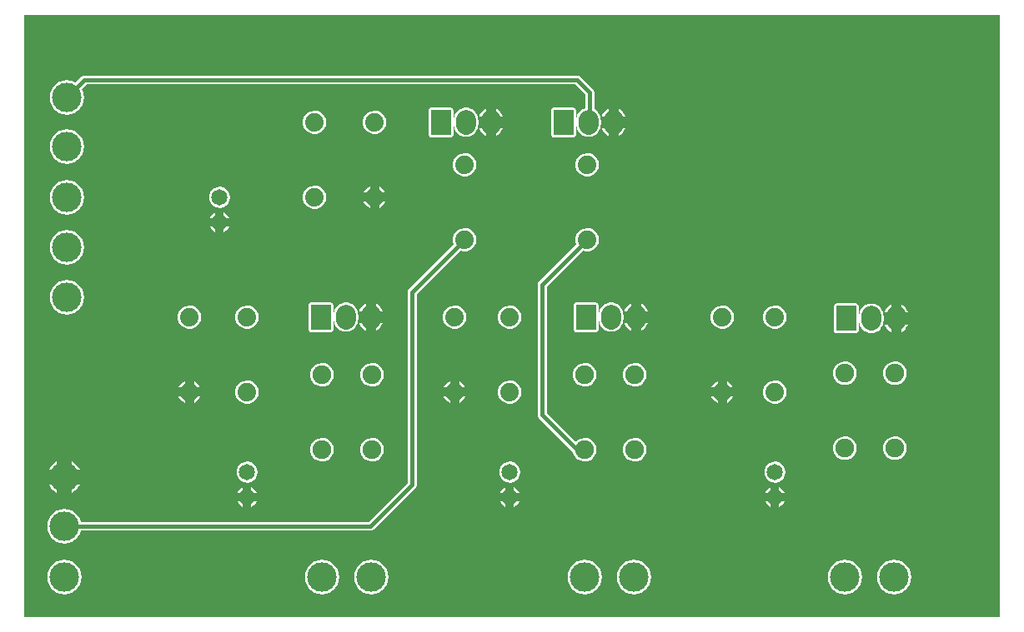
<source format=gbl>
G04 ---------------------------- Layer name :BOTTOM LAYER*
G04 easyEDA 0.1*
G04 Scale: 100 percent, Rotated: No, Reflected: No *
G04 Dimensions in inches *
G04 leading zeros omitted , absolute positions ,2 integer and 4 * 
%FSLAX24Y24*%
%MOIN*%
G90*
G70D02*

%ADD11C,0.016000*%
%ADD12C,0.118110*%
%ADD14C,0.074000*%
%ADD16C,0.065000*%
%ADD18C,0.075000*%
%ADD20R,0.078740X0.098425*%
%ADD21C,0.078740*%

%LPD*%
G36*
G01X0Y24100D02*
G01X0Y48200D01*
G01X39000Y48200D01*
G01X39000Y24100D01*
G01X0Y24100D01*
G37*

%LPC*%
G36*
G01X32456Y35463D02*
G01X33242Y35463D01*
G01X33272Y35467D01*
G01X33300Y35484D01*
G01X33322Y35505D01*
G01X33338Y35534D01*
G01X33342Y35563D01*
G01X33342Y36548D01*
G01X33338Y36578D01*
G01X33322Y36605D01*
G01X33300Y36628D01*
G01X33272Y36644D01*
G01X33242Y36648D01*
G01X32456Y36648D01*
G01X32426Y36644D01*
G01X32397Y36628D01*
G01X32376Y36605D01*
G01X32360Y36578D01*
G01X32356Y36548D01*
G01X32356Y35563D01*
G01X32360Y35534D01*
G01X32376Y35505D01*
G01X32397Y35484D01*
G01X32426Y35467D01*
G01X32456Y35463D01*
G37*
G36*
G01X34768Y25009D02*
G01X34922Y25028D01*
G01X35068Y25078D01*
G01X35197Y25159D01*
G01X35307Y25269D01*
G01X35389Y25400D01*
G01X35439Y25546D01*
G01X35457Y25700D01*
G01X35439Y25853D01*
G01X35389Y26000D01*
G01X35307Y26130D01*
G01X35197Y26240D01*
G01X35068Y26321D01*
G01X34922Y26371D01*
G01X34768Y26390D01*
G01X34614Y26371D01*
G01X34468Y26321D01*
G01X34338Y26240D01*
G01X34227Y26130D01*
G01X34146Y26000D01*
G01X34096Y25853D01*
G01X34077Y25700D01*
G01X34096Y25546D01*
G01X34146Y25400D01*
G01X34227Y25269D01*
G01X34338Y25159D01*
G01X34468Y25078D01*
G01X34614Y25028D01*
G01X34768Y25009D01*
G37*
G36*
G01X32800Y25009D02*
G01X32954Y25028D01*
G01X33100Y25078D01*
G01X33230Y25159D01*
G01X33339Y25269D01*
G01X33422Y25400D01*
G01X33472Y25546D01*
G01X33489Y25700D01*
G01X33472Y25853D01*
G01X33422Y26000D01*
G01X33339Y26130D01*
G01X33230Y26240D01*
G01X33100Y26321D01*
G01X32954Y26371D01*
G01X32800Y26390D01*
G01X32646Y26371D01*
G01X32500Y26321D01*
G01X32369Y26240D01*
G01X32260Y26130D01*
G01X32177Y26000D01*
G01X32127Y25853D01*
G01X32110Y25700D01*
G01X32127Y25546D01*
G01X32177Y25400D01*
G01X32260Y25269D01*
G01X32369Y25159D01*
G01X32500Y25078D01*
G01X32646Y25028D01*
G01X32800Y25009D01*
G37*
G36*
G01X24368Y25009D02*
G01X24522Y25028D01*
G01X24668Y25078D01*
G01X24797Y25159D01*
G01X24907Y25269D01*
G01X24989Y25400D01*
G01X25039Y25546D01*
G01X25057Y25700D01*
G01X25039Y25853D01*
G01X24989Y26000D01*
G01X24907Y26130D01*
G01X24797Y26240D01*
G01X24668Y26321D01*
G01X24522Y26371D01*
G01X24368Y26390D01*
G01X24214Y26371D01*
G01X24068Y26321D01*
G01X23938Y26240D01*
G01X23827Y26130D01*
G01X23746Y26000D01*
G01X23696Y25853D01*
G01X23677Y25700D01*
G01X23696Y25546D01*
G01X23746Y25400D01*
G01X23827Y25269D01*
G01X23938Y25159D01*
G01X24068Y25078D01*
G01X24214Y25028D01*
G01X24368Y25009D01*
G37*
G36*
G01X22400Y25009D02*
G01X22553Y25028D01*
G01X22700Y25078D01*
G01X22830Y25159D01*
G01X22939Y25269D01*
G01X23022Y25400D01*
G01X23072Y25546D01*
G01X23089Y25700D01*
G01X23072Y25853D01*
G01X23022Y26000D01*
G01X22939Y26130D01*
G01X22830Y26240D01*
G01X22700Y26321D01*
G01X22553Y26371D01*
G01X22400Y26390D01*
G01X22246Y26371D01*
G01X22100Y26321D01*
G01X21969Y26240D01*
G01X21860Y26130D01*
G01X21777Y26000D01*
G01X21727Y25853D01*
G01X21710Y25700D01*
G01X21727Y25546D01*
G01X21777Y25400D01*
G01X21860Y25269D01*
G01X21969Y25159D01*
G01X22100Y25078D01*
G01X22246Y25028D01*
G01X22400Y25009D01*
G37*
G36*
G01X13868Y25009D02*
G01X14022Y25028D01*
G01X14168Y25078D01*
G01X14297Y25159D01*
G01X14407Y25269D01*
G01X14489Y25400D01*
G01X14539Y25546D01*
G01X14557Y25700D01*
G01X14539Y25853D01*
G01X14489Y26000D01*
G01X14407Y26130D01*
G01X14297Y26240D01*
G01X14168Y26321D01*
G01X14022Y26371D01*
G01X13868Y26390D01*
G01X13714Y26371D01*
G01X13568Y26321D01*
G01X13438Y26240D01*
G01X13327Y26130D01*
G01X13246Y26000D01*
G01X13196Y25853D01*
G01X13177Y25700D01*
G01X13196Y25546D01*
G01X13246Y25400D01*
G01X13327Y25269D01*
G01X13438Y25159D01*
G01X13568Y25078D01*
G01X13714Y25028D01*
G01X13868Y25009D01*
G37*
G36*
G01X11900Y25009D02*
G01X12053Y25028D01*
G01X12200Y25078D01*
G01X12330Y25159D01*
G01X12439Y25269D01*
G01X12522Y25400D01*
G01X12572Y25546D01*
G01X12589Y25700D01*
G01X12572Y25853D01*
G01X12522Y26000D01*
G01X12439Y26130D01*
G01X12330Y26240D01*
G01X12200Y26321D01*
G01X12053Y26371D01*
G01X11900Y26390D01*
G01X11746Y26371D01*
G01X11600Y26321D01*
G01X11469Y26240D01*
G01X11360Y26130D01*
G01X11277Y26000D01*
G01X11227Y25853D01*
G01X11210Y25700D01*
G01X11227Y25546D01*
G01X11277Y25400D01*
G01X11360Y25269D01*
G01X11469Y25159D01*
G01X11600Y25078D01*
G01X11746Y25028D01*
G01X11900Y25009D01*
G37*
G36*
G01X1600Y27042D02*
G01X1753Y27059D01*
G01X1900Y27109D01*
G01X2030Y27192D01*
G01X2140Y27302D01*
G01X2221Y27432D01*
G01X2263Y27552D01*
G01X13831Y27552D01*
G01X13860Y27553D01*
G01X13888Y27559D01*
G01X13914Y27571D01*
G01X13938Y27586D01*
G01X13960Y27603D01*
G01X15627Y29271D01*
G01X15646Y29294D01*
G01X15660Y29317D01*
G01X15672Y29344D01*
G01X15677Y29371D01*
G01X15680Y29400D01*
G01X15680Y37023D01*
G01X17423Y38767D01*
G01X17442Y38757D01*
G01X17568Y38732D01*
G01X17696Y38740D01*
G01X17815Y38782D01*
G01X17919Y38855D01*
G01X18002Y38955D01*
G01X18052Y39073D01*
G01X18069Y39200D01*
G01X18052Y39326D01*
G01X18002Y39444D01*
G01X17919Y39544D01*
G01X17815Y39617D01*
G01X17696Y39659D01*
G01X17568Y39667D01*
G01X17442Y39642D01*
G01X17327Y39584D01*
G01X17235Y39496D01*
G01X17168Y39388D01*
G01X17134Y39263D01*
G01X17134Y39136D01*
G01X17165Y39021D01*
G01X15372Y37228D01*
G01X15353Y37205D01*
G01X15339Y37182D01*
G01X15327Y37155D01*
G01X15322Y37128D01*
G01X15319Y37100D01*
G01X15319Y29476D01*
G01X13756Y27911D01*
G01X2263Y27911D01*
G01X2221Y28032D01*
G01X2140Y28161D01*
G01X2030Y28271D01*
G01X1900Y28353D01*
G01X1753Y28403D01*
G01X1600Y28421D01*
G01X1446Y28403D01*
G01X1300Y28353D01*
G01X1169Y28271D01*
G01X1059Y28161D01*
G01X978Y28032D01*
G01X928Y27886D01*
G01X909Y27732D01*
G01X928Y27578D01*
G01X978Y27432D01*
G01X1059Y27302D01*
G01X1169Y27192D01*
G01X1300Y27109D01*
G01X1446Y27059D01*
G01X1600Y27042D01*
G37*
G36*
G01X18181Y44146D02*
G01X18453Y44146D01*
G01X18453Y44446D01*
G01X18419Y44434D01*
G01X18414Y44432D01*
G01X18407Y44428D01*
G01X18400Y44423D01*
G01X18396Y44419D01*
G01X18389Y44415D01*
G01X18285Y44328D01*
G01X18280Y44323D01*
G01X18276Y44317D01*
G01X18272Y44313D01*
G01X18264Y44302D01*
G01X18196Y44184D01*
G01X18192Y44178D01*
G01X18189Y44171D01*
G01X18185Y44165D01*
G01X18185Y44157D01*
G01X18181Y44146D01*
G37*
G36*
G01X9061Y28509D02*
G01X9164Y28567D01*
G01X9250Y28661D01*
G01X9288Y28738D01*
G01X9061Y28738D01*
G01X9061Y28509D01*
G37*
G36*
G01X19561Y28509D02*
G01X19664Y28567D01*
G01X19750Y28661D01*
G01X19788Y28738D01*
G01X19561Y28738D01*
G01X19561Y28509D01*
G37*
G36*
G01X30161Y28509D02*
G01X30264Y28567D01*
G01X30350Y28661D01*
G01X30388Y28738D01*
G01X30161Y28738D01*
G01X30161Y28509D01*
G37*
G36*
G01X8738Y28511D02*
G01X8738Y28738D01*
G01X8511Y28738D01*
G01X8518Y28715D01*
G01X8589Y28611D01*
G01X8688Y28532D01*
G01X8738Y28511D01*
G37*
G36*
G01X19238Y28511D02*
G01X19238Y28738D01*
G01X19011Y28738D01*
G01X19018Y28715D01*
G01X19089Y28611D01*
G01X19188Y28532D01*
G01X19238Y28511D01*
G37*
G36*
G01X29838Y28511D02*
G01X29838Y28738D01*
G01X29611Y28738D01*
G01X29618Y28715D01*
G01X29689Y28611D01*
G01X29788Y28532D01*
G01X29838Y28511D01*
G37*
G36*
G01X9061Y29061D02*
G01X9288Y29061D01*
G01X9250Y29138D01*
G01X9164Y29232D01*
G01X9061Y29290D01*
G01X9061Y29061D01*
G37*
G36*
G01X8511Y29061D02*
G01X8738Y29061D01*
G01X8738Y29288D01*
G01X8688Y29267D01*
G01X8589Y29188D01*
G01X8518Y29084D01*
G01X8511Y29061D01*
G37*
G36*
G01X19561Y29061D02*
G01X19788Y29061D01*
G01X19750Y29138D01*
G01X19664Y29232D01*
G01X19561Y29290D01*
G01X19561Y29061D01*
G37*
G36*
G01X19011Y29061D02*
G01X19238Y29061D01*
G01X19238Y29288D01*
G01X19188Y29267D01*
G01X19089Y29188D01*
G01X19018Y29084D01*
G01X19011Y29061D01*
G37*
G36*
G01X30161Y29061D02*
G01X30388Y29061D01*
G01X30350Y29138D01*
G01X30264Y29232D01*
G01X30161Y29290D01*
G01X30161Y29061D01*
G37*
G36*
G01X29611Y29061D02*
G01X29838Y29061D01*
G01X29838Y29288D01*
G01X29788Y29267D01*
G01X29689Y29188D01*
G01X29618Y29084D01*
G01X29611Y29061D01*
G37*
G36*
G01X1894Y29076D02*
G01X1900Y29078D01*
G01X2030Y29159D01*
G01X2140Y29269D01*
G01X2221Y29400D01*
G01X2223Y29405D01*
G01X1894Y29405D01*
G01X1894Y29076D01*
G37*
G36*
G01X1305Y29076D02*
G01X1305Y29405D01*
G01X976Y29405D01*
G01X978Y29400D01*
G01X1059Y29269D01*
G01X1169Y29159D01*
G01X1300Y29078D01*
G01X1305Y29076D01*
G37*
G36*
G01X8931Y29478D02*
G01X9053Y29505D01*
G01X9164Y29567D01*
G01X9250Y29661D01*
G01X9306Y29776D01*
G01X9323Y29900D01*
G01X9306Y30023D01*
G01X9250Y30138D01*
G01X9164Y30232D01*
G01X9053Y30294D01*
G01X8931Y30321D01*
G01X8806Y30313D01*
G01X8688Y30267D01*
G01X8589Y30188D01*
G01X8518Y30084D01*
G01X8480Y29963D01*
G01X8480Y29836D01*
G01X8518Y29715D01*
G01X8589Y29611D01*
G01X8688Y29532D01*
G01X8806Y29486D01*
G01X8931Y29478D01*
G37*
G36*
G01X19431Y29478D02*
G01X19553Y29505D01*
G01X19664Y29567D01*
G01X19750Y29661D01*
G01X19806Y29776D01*
G01X19823Y29900D01*
G01X19806Y30023D01*
G01X19750Y30138D01*
G01X19664Y30232D01*
G01X19553Y30294D01*
G01X19431Y30321D01*
G01X19306Y30313D01*
G01X19188Y30267D01*
G01X19089Y30188D01*
G01X19018Y30084D01*
G01X18980Y29963D01*
G01X18980Y29836D01*
G01X19018Y29715D01*
G01X19089Y29611D01*
G01X19188Y29532D01*
G01X19306Y29486D01*
G01X19431Y29478D01*
G37*
G36*
G01X30031Y29478D02*
G01X30153Y29505D01*
G01X30264Y29567D01*
G01X30350Y29661D01*
G01X30406Y29776D01*
G01X30423Y29900D01*
G01X30406Y30023D01*
G01X30350Y30138D01*
G01X30264Y30232D01*
G01X30153Y30294D01*
G01X30031Y30321D01*
G01X29906Y30313D01*
G01X29788Y30267D01*
G01X29689Y30188D01*
G01X29618Y30084D01*
G01X29580Y29963D01*
G01X29580Y29836D01*
G01X29618Y29715D01*
G01X29689Y29611D01*
G01X29788Y29532D01*
G01X29906Y29486D01*
G01X30031Y29478D01*
G37*
G36*
G01X1894Y29994D02*
G01X2223Y29994D01*
G01X2221Y30000D01*
G01X2140Y30130D01*
G01X2030Y30240D01*
G01X1900Y30321D01*
G01X1894Y30323D01*
G01X1894Y29994D01*
G37*
G36*
G01X976Y29994D02*
G01X1305Y29994D01*
G01X1305Y30323D01*
G01X1300Y30321D01*
G01X1169Y30240D01*
G01X1059Y30130D01*
G01X978Y30000D01*
G01X976Y29994D01*
G37*
G36*
G01X22368Y30328D02*
G01X22496Y30336D01*
G01X22618Y30380D01*
G01X22723Y30453D01*
G01X22803Y30553D01*
G01X22856Y30671D01*
G01X22873Y30800D01*
G01X22856Y30928D01*
G01X22803Y31046D01*
G01X22723Y31146D01*
G01X22618Y31219D01*
G01X22496Y31263D01*
G01X22368Y31271D01*
G01X22242Y31246D01*
G01X22126Y31188D01*
G01X22043Y31111D01*
G01X20880Y32276D01*
G01X20880Y37323D01*
G01X22323Y38767D01*
G01X22342Y38757D01*
G01X22468Y38732D01*
G01X22596Y38740D01*
G01X22715Y38782D01*
G01X22819Y38855D01*
G01X22902Y38955D01*
G01X22952Y39073D01*
G01X22969Y39200D01*
G01X22952Y39326D01*
G01X22902Y39444D01*
G01X22819Y39544D01*
G01X22715Y39617D01*
G01X22596Y39659D01*
G01X22468Y39667D01*
G01X22342Y39642D01*
G01X22227Y39584D01*
G01X22135Y39496D01*
G01X22068Y39388D01*
G01X22034Y39263D01*
G01X22034Y39136D01*
G01X22065Y39021D01*
G01X20572Y37528D01*
G01X20553Y37505D01*
G01X20539Y37482D01*
G01X20527Y37455D01*
G01X20522Y37428D01*
G01X20519Y37400D01*
G01X20519Y32200D01*
G01X20522Y32171D01*
G01X20527Y32144D01*
G01X20539Y32117D01*
G01X20553Y32094D01*
G01X20572Y32071D01*
G01X21938Y30705D01*
G01X21965Y30611D01*
G01X22031Y30500D01*
G01X22126Y30411D01*
G01X22242Y30353D01*
G01X22368Y30328D01*
G37*
G36*
G01X11868Y30328D02*
G01X11996Y30336D01*
G01X12118Y30380D01*
G01X12223Y30453D01*
G01X12303Y30553D01*
G01X12356Y30671D01*
G01X12373Y30800D01*
G01X12356Y30928D01*
G01X12303Y31046D01*
G01X12223Y31146D01*
G01X12118Y31219D01*
G01X11996Y31263D01*
G01X11868Y31271D01*
G01X11742Y31246D01*
G01X11626Y31188D01*
G01X11531Y31100D01*
G01X11465Y30988D01*
G01X11430Y30863D01*
G01X11430Y30736D01*
G01X11465Y30611D01*
G01X11531Y30500D01*
G01X11626Y30411D01*
G01X11742Y30353D01*
G01X11868Y30328D01*
G37*
G36*
G01X24368Y30328D02*
G01X24496Y30336D01*
G01X24618Y30380D01*
G01X24723Y30453D01*
G01X24803Y30553D01*
G01X24856Y30671D01*
G01X24873Y30800D01*
G01X24856Y30928D01*
G01X24803Y31046D01*
G01X24723Y31146D01*
G01X24618Y31219D01*
G01X24496Y31263D01*
G01X24368Y31271D01*
G01X24242Y31246D01*
G01X24126Y31188D01*
G01X24031Y31100D01*
G01X23965Y30988D01*
G01X23930Y30863D01*
G01X23930Y30736D01*
G01X23965Y30611D01*
G01X24031Y30500D01*
G01X24126Y30411D01*
G01X24242Y30353D01*
G01X24368Y30328D01*
G37*
G36*
G01X13868Y30328D02*
G01X13996Y30336D01*
G01X14118Y30380D01*
G01X14223Y30453D01*
G01X14303Y30553D01*
G01X14356Y30671D01*
G01X14373Y30800D01*
G01X14356Y30928D01*
G01X14303Y31046D01*
G01X14223Y31146D01*
G01X14118Y31219D01*
G01X13996Y31263D01*
G01X13868Y31271D01*
G01X13742Y31246D01*
G01X13626Y31188D01*
G01X13531Y31100D01*
G01X13465Y30988D01*
G01X13430Y30863D01*
G01X13430Y30736D01*
G01X13465Y30611D01*
G01X13531Y30500D01*
G01X13626Y30411D01*
G01X13742Y30353D01*
G01X13868Y30328D01*
G37*
G36*
G01X32768Y30384D02*
G01X32896Y30392D01*
G01X33018Y30436D01*
G01X33123Y30509D01*
G01X33204Y30609D01*
G01X33256Y30728D01*
G01X33273Y30855D01*
G01X33256Y30984D01*
G01X33204Y31102D01*
G01X33123Y31202D01*
G01X33018Y31276D01*
G01X32896Y31319D01*
G01X32768Y31328D01*
G01X32642Y31302D01*
G01X32526Y31244D01*
G01X32431Y31155D01*
G01X32365Y31044D01*
G01X32330Y30919D01*
G01X32330Y30792D01*
G01X32365Y30667D01*
G01X32431Y30555D01*
G01X32526Y30467D01*
G01X32642Y30409D01*
G01X32768Y30384D01*
G37*
G36*
G01X34768Y30384D02*
G01X34896Y30392D01*
G01X35018Y30436D01*
G01X35123Y30509D01*
G01X35204Y30609D01*
G01X35256Y30728D01*
G01X35273Y30855D01*
G01X35256Y30984D01*
G01X35204Y31102D01*
G01X35123Y31202D01*
G01X35018Y31276D01*
G01X34896Y31319D01*
G01X34768Y31328D01*
G01X34642Y31302D01*
G01X34526Y31244D01*
G01X34431Y31155D01*
G01X34365Y31044D01*
G01X34330Y30919D01*
G01X34330Y30792D01*
G01X34365Y30667D01*
G01X34431Y30555D01*
G01X34526Y30467D01*
G01X34642Y30409D01*
G01X34768Y30384D01*
G37*
G36*
G01X18846Y44146D02*
G01X19118Y44146D01*
G01X19114Y44157D01*
G01X19114Y44165D01*
G01X19110Y44171D01*
G01X19107Y44178D01*
G01X19103Y44184D01*
G01X19035Y44302D01*
G01X19027Y44313D01*
G01X19023Y44317D01*
G01X19019Y44323D01*
G01X19014Y44328D01*
G01X18910Y44415D01*
G01X18903Y44419D01*
G01X18900Y44423D01*
G01X18892Y44428D01*
G01X18885Y44432D01*
G01X18880Y44434D01*
G01X18846Y44446D01*
G01X18846Y44146D01*
G37*
G36*
G01X29968Y32632D02*
G01X30096Y32640D01*
G01X30215Y32682D01*
G01X30319Y32755D01*
G01X30402Y32855D01*
G01X30452Y32973D01*
G01X30469Y33100D01*
G01X30452Y33226D01*
G01X30402Y33344D01*
G01X30319Y33444D01*
G01X30215Y33517D01*
G01X30096Y33559D01*
G01X29968Y33567D01*
G01X29842Y33542D01*
G01X29727Y33484D01*
G01X29635Y33396D01*
G01X29568Y33288D01*
G01X29534Y33163D01*
G01X29534Y33036D01*
G01X29568Y32911D01*
G01X29635Y32804D01*
G01X29727Y32715D01*
G01X29842Y32657D01*
G01X29968Y32632D01*
G37*
G36*
G01X8868Y32632D02*
G01X8996Y32640D01*
G01X9115Y32682D01*
G01X9219Y32755D01*
G01X9302Y32855D01*
G01X9352Y32973D01*
G01X9369Y33100D01*
G01X9352Y33226D01*
G01X9302Y33344D01*
G01X9219Y33444D01*
G01X9115Y33517D01*
G01X8996Y33559D01*
G01X8868Y33567D01*
G01X8742Y33542D01*
G01X8627Y33484D01*
G01X8535Y33396D01*
G01X8468Y33288D01*
G01X8434Y33163D01*
G01X8434Y33036D01*
G01X8468Y32911D01*
G01X8535Y32804D01*
G01X8627Y32715D01*
G01X8742Y32657D01*
G01X8868Y32632D01*
G37*
G36*
G01X19368Y32632D02*
G01X19496Y32640D01*
G01X19615Y32682D01*
G01X19719Y32755D01*
G01X19802Y32855D01*
G01X19852Y32973D01*
G01X19869Y33100D01*
G01X19852Y33226D01*
G01X19802Y33344D01*
G01X19719Y33444D01*
G01X19615Y33517D01*
G01X19496Y33559D01*
G01X19368Y33567D01*
G01X19242Y33542D01*
G01X19127Y33484D01*
G01X19035Y33396D01*
G01X18968Y33288D01*
G01X18934Y33163D01*
G01X18934Y33036D01*
G01X18968Y32911D01*
G01X19035Y32804D01*
G01X19127Y32715D01*
G01X19242Y32657D01*
G01X19368Y32632D01*
G37*
G36*
G01X28084Y32669D02*
G01X28115Y32682D01*
G01X28219Y32755D01*
G01X28302Y32855D01*
G01X28327Y32915D01*
G01X28084Y32915D01*
G01X28084Y32669D01*
G37*
G36*
G01X17384Y32669D02*
G01X17415Y32682D01*
G01X17519Y32755D01*
G01X17602Y32855D01*
G01X17627Y32915D01*
G01X17384Y32915D01*
G01X17384Y32669D01*
G37*
G36*
G01X6784Y32669D02*
G01X6815Y32682D01*
G01X6919Y32755D01*
G01X7002Y32855D01*
G01X7027Y32915D01*
G01X6784Y32915D01*
G01X6784Y32669D01*
G37*
G36*
G01X27715Y32671D02*
G01X27715Y32915D01*
G01X27465Y32915D01*
G01X27468Y32911D01*
G01X27535Y32804D01*
G01X27627Y32715D01*
G01X27715Y32671D01*
G37*
G36*
G01X17015Y32671D02*
G01X17015Y32915D01*
G01X16765Y32915D01*
G01X16768Y32911D01*
G01X16835Y32804D01*
G01X16927Y32715D01*
G01X17015Y32671D01*
G37*
G36*
G01X6415Y32671D02*
G01X6415Y32915D01*
G01X6165Y32915D01*
G01X6168Y32911D01*
G01X6235Y32804D01*
G01X6327Y32715D01*
G01X6415Y32671D01*
G37*
G36*
G01X28084Y33284D02*
G01X28327Y33284D01*
G01X28302Y33344D01*
G01X28219Y33444D01*
G01X28115Y33517D01*
G01X28084Y33530D01*
G01X28084Y33284D01*
G37*
G36*
G01X27465Y33284D02*
G01X27715Y33284D01*
G01X27715Y33528D01*
G01X27627Y33484D01*
G01X27535Y33396D01*
G01X27468Y33288D01*
G01X27465Y33284D01*
G37*
G36*
G01X17384Y33284D02*
G01X17627Y33284D01*
G01X17602Y33344D01*
G01X17519Y33444D01*
G01X17415Y33517D01*
G01X17384Y33530D01*
G01X17384Y33284D01*
G37*
G36*
G01X16765Y33284D02*
G01X17015Y33284D01*
G01X17015Y33528D01*
G01X16927Y33484D01*
G01X16835Y33396D01*
G01X16768Y33288D01*
G01X16765Y33284D01*
G37*
G36*
G01X6784Y33284D02*
G01X7027Y33284D01*
G01X7002Y33344D01*
G01X6919Y33444D01*
G01X6815Y33517D01*
G01X6784Y33530D01*
G01X6784Y33284D01*
G37*
G36*
G01X6165Y33284D02*
G01X6415Y33284D01*
G01X6415Y33528D01*
G01X6327Y33484D01*
G01X6235Y33396D01*
G01X6168Y33288D01*
G01X6165Y33284D01*
G37*
G36*
G01X22368Y33328D02*
G01X22496Y33336D01*
G01X22618Y33380D01*
G01X22723Y33454D01*
G01X22803Y33554D01*
G01X22856Y33671D01*
G01X22873Y33800D01*
G01X22856Y33928D01*
G01X22803Y34046D01*
G01X22723Y34146D01*
G01X22618Y34219D01*
G01X22496Y34263D01*
G01X22368Y34271D01*
G01X22242Y34246D01*
G01X22126Y34188D01*
G01X22031Y34100D01*
G01X21965Y33988D01*
G01X21930Y33863D01*
G01X21930Y33736D01*
G01X21965Y33611D01*
G01X22031Y33500D01*
G01X22126Y33411D01*
G01X22242Y33354D01*
G01X22368Y33328D01*
G37*
G36*
G01X11868Y33328D02*
G01X11996Y33336D01*
G01X12118Y33380D01*
G01X12223Y33454D01*
G01X12303Y33554D01*
G01X12356Y33671D01*
G01X12373Y33800D01*
G01X12356Y33928D01*
G01X12303Y34046D01*
G01X12223Y34146D01*
G01X12118Y34219D01*
G01X11996Y34263D01*
G01X11868Y34271D01*
G01X11742Y34246D01*
G01X11626Y34188D01*
G01X11531Y34100D01*
G01X11465Y33988D01*
G01X11430Y33863D01*
G01X11430Y33736D01*
G01X11465Y33611D01*
G01X11531Y33500D01*
G01X11626Y33411D01*
G01X11742Y33354D01*
G01X11868Y33328D01*
G37*
G36*
G01X24368Y33328D02*
G01X24496Y33336D01*
G01X24618Y33380D01*
G01X24723Y33454D01*
G01X24803Y33554D01*
G01X24856Y33671D01*
G01X24873Y33800D01*
G01X24856Y33928D01*
G01X24803Y34046D01*
G01X24723Y34146D01*
G01X24618Y34219D01*
G01X24496Y34263D01*
G01X24368Y34271D01*
G01X24242Y34246D01*
G01X24126Y34188D01*
G01X24031Y34100D01*
G01X23965Y33988D01*
G01X23930Y33863D01*
G01X23930Y33736D01*
G01X23965Y33611D01*
G01X24031Y33500D01*
G01X24126Y33411D01*
G01X24242Y33354D01*
G01X24368Y33328D01*
G37*
G36*
G01X13868Y33328D02*
G01X13996Y33336D01*
G01X14118Y33380D01*
G01X14223Y33454D01*
G01X14303Y33554D01*
G01X14356Y33671D01*
G01X14373Y33800D01*
G01X14356Y33928D01*
G01X14303Y34046D01*
G01X14223Y34146D01*
G01X14118Y34219D01*
G01X13996Y34263D01*
G01X13868Y34271D01*
G01X13742Y34246D01*
G01X13626Y34188D01*
G01X13531Y34100D01*
G01X13465Y33988D01*
G01X13430Y33863D01*
G01X13430Y33736D01*
G01X13465Y33611D01*
G01X13531Y33500D01*
G01X13626Y33411D01*
G01X13742Y33354D01*
G01X13868Y33328D01*
G37*
G36*
G01X32768Y33384D02*
G01X32896Y33392D01*
G01X33018Y33436D01*
G01X33123Y33509D01*
G01X33204Y33609D01*
G01X33256Y33728D01*
G01X33273Y33855D01*
G01X33256Y33984D01*
G01X33204Y34102D01*
G01X33123Y34202D01*
G01X33018Y34276D01*
G01X32896Y34319D01*
G01X32768Y34328D01*
G01X32642Y34302D01*
G01X32526Y34244D01*
G01X32431Y34155D01*
G01X32365Y34044D01*
G01X32330Y33919D01*
G01X32330Y33792D01*
G01X32365Y33667D01*
G01X32431Y33555D01*
G01X32526Y33467D01*
G01X32642Y33409D01*
G01X32768Y33384D01*
G37*
G36*
G01X34768Y33384D02*
G01X34896Y33392D01*
G01X35018Y33436D01*
G01X35123Y33509D01*
G01X35204Y33609D01*
G01X35256Y33728D01*
G01X35273Y33855D01*
G01X35256Y33984D01*
G01X35204Y34102D01*
G01X35123Y34202D01*
G01X35018Y34276D01*
G01X34896Y34319D01*
G01X34768Y34328D01*
G01X34642Y34302D01*
G01X34526Y34244D01*
G01X34431Y34155D01*
G01X34365Y34044D01*
G01X34330Y33919D01*
G01X34330Y33792D01*
G01X34365Y33667D01*
G01X34431Y33555D01*
G01X34526Y33467D01*
G01X34642Y33409D01*
G01X34768Y33384D01*
G37*
G36*
G01X1600Y25009D02*
G01X1753Y25028D01*
G01X1900Y25078D01*
G01X2030Y25159D01*
G01X2140Y25269D01*
G01X2221Y25400D01*
G01X2271Y25546D01*
G01X2290Y25700D01*
G01X2271Y25853D01*
G01X2221Y26000D01*
G01X2140Y26130D01*
G01X2030Y26240D01*
G01X1900Y26321D01*
G01X1753Y26371D01*
G01X1600Y26390D01*
G01X1446Y26371D01*
G01X1300Y26321D01*
G01X1169Y26240D01*
G01X1059Y26130D01*
G01X978Y26000D01*
G01X928Y25853D01*
G01X909Y25700D01*
G01X928Y25546D01*
G01X978Y25400D01*
G01X1059Y25269D01*
G01X1169Y25159D01*
G01X1300Y25078D01*
G01X1446Y25028D01*
G01X1600Y25009D01*
G37*
G36*
G01X33768Y35471D02*
G01X33931Y35471D01*
G01X33938Y35473D01*
G01X33946Y35476D01*
G01X33952Y35478D01*
G01X34080Y35523D01*
G01X34085Y35526D01*
G01X34092Y35530D01*
G01X34100Y35534D01*
G01X34104Y35538D01*
G01X34110Y35542D01*
G01X34214Y35630D01*
G01X34219Y35634D01*
G01X34223Y35640D01*
G01X34227Y35644D01*
G01X34235Y35655D01*
G01X34304Y35773D01*
G01X34307Y35780D01*
G01X34310Y35786D01*
G01X34314Y35792D01*
G01X34314Y35800D01*
G01X34315Y35805D01*
G01X34339Y35940D01*
G01X34339Y35944D01*
G01X34342Y35948D01*
G01X34342Y36163D01*
G01X34339Y36167D01*
G01X34339Y36171D01*
G01X34315Y36305D01*
G01X34314Y36311D01*
G01X34314Y36319D01*
G01X34310Y36326D01*
G01X34307Y36332D01*
G01X34304Y36338D01*
G01X34235Y36455D01*
G01X34227Y36467D01*
G01X34223Y36471D01*
G01X34219Y36478D01*
G01X34214Y36482D01*
G01X34110Y36569D01*
G01X34104Y36573D01*
G01X34100Y36578D01*
G01X34092Y36582D01*
G01X34085Y36586D01*
G01X34080Y36588D01*
G01X33952Y36634D01*
G01X33946Y36636D01*
G01X33938Y36638D01*
G01X33931Y36640D01*
G01X33768Y36640D01*
G01X33761Y36638D01*
G01X33754Y36636D01*
G01X33747Y36634D01*
G01X33619Y36588D01*
G01X33614Y36586D01*
G01X33607Y36582D01*
G01X33600Y36578D01*
G01X33596Y36573D01*
G01X33589Y36569D01*
G01X33485Y36482D01*
G01X33480Y36478D01*
G01X33476Y36471D01*
G01X33472Y36467D01*
G01X33464Y36455D01*
G01X33396Y36338D01*
G01X33392Y36332D01*
G01X33389Y36326D01*
G01X33385Y36319D01*
G01X33385Y36311D01*
G01X33384Y36305D01*
G01X33360Y36171D01*
G01X33360Y36167D01*
G01X33357Y36163D01*
G01X33357Y35948D01*
G01X33360Y35944D01*
G01X33360Y35940D01*
G01X33384Y35805D01*
G01X33385Y35800D01*
G01X33385Y35792D01*
G01X33389Y35786D01*
G01X33392Y35780D01*
G01X33396Y35773D01*
G01X33464Y35655D01*
G01X33472Y35644D01*
G01X33476Y35640D01*
G01X33480Y35634D01*
G01X33485Y35630D01*
G01X33589Y35542D01*
G01X33596Y35538D01*
G01X33600Y35534D01*
G01X33607Y35530D01*
G01X33614Y35526D01*
G01X33619Y35523D01*
G01X33747Y35478D01*
G01X33754Y35476D01*
G01X33761Y35473D01*
G01X33768Y35471D01*
G37*
G36*
G01X22056Y35507D02*
G01X22842Y35507D01*
G01X22872Y35511D01*
G01X22900Y35528D01*
G01X22922Y35550D01*
G01X22938Y35578D01*
G01X22942Y35607D01*
G01X22942Y36594D01*
G01X22938Y36623D01*
G01X22922Y36652D01*
G01X22900Y36673D01*
G01X22872Y36690D01*
G01X22842Y36694D01*
G01X22056Y36694D01*
G01X22026Y36690D01*
G01X21997Y36673D01*
G01X21976Y36652D01*
G01X21960Y36623D01*
G01X21956Y36594D01*
G01X21956Y35607D01*
G01X21960Y35578D01*
G01X21976Y35550D01*
G01X21997Y35528D01*
G01X22026Y35511D01*
G01X22056Y35507D01*
G37*
G36*
G01X11456Y35507D02*
G01X12242Y35507D01*
G01X12272Y35511D01*
G01X12300Y35528D01*
G01X12322Y35550D01*
G01X12338Y35578D01*
G01X12342Y35607D01*
G01X12342Y36594D01*
G01X12338Y36623D01*
G01X12322Y36652D01*
G01X12300Y36673D01*
G01X12272Y36690D01*
G01X12242Y36694D01*
G01X11456Y36694D01*
G01X11426Y36690D01*
G01X11397Y36673D01*
G01X11376Y36652D01*
G01X11360Y36623D01*
G01X11356Y36594D01*
G01X11356Y35607D01*
G01X11360Y35578D01*
G01X11376Y35550D01*
G01X11397Y35528D01*
G01X11426Y35511D01*
G01X11456Y35507D01*
G37*
G36*
G01X35046Y35511D02*
G01X35080Y35523D01*
G01X35085Y35526D01*
G01X35092Y35530D01*
G01X35100Y35534D01*
G01X35104Y35538D01*
G01X35110Y35542D01*
G01X35214Y35630D01*
G01X35219Y35634D01*
G01X35223Y35640D01*
G01X35227Y35644D01*
G01X35235Y35655D01*
G01X35304Y35773D01*
G01X35307Y35780D01*
G01X35310Y35786D01*
G01X35314Y35792D01*
G01X35314Y35800D01*
G01X35315Y35805D01*
G01X35315Y35809D01*
G01X35046Y35809D01*
G01X35046Y35511D01*
G37*
G36*
G01X34654Y35511D02*
G01X34654Y35809D01*
G01X34384Y35809D01*
G01X34384Y35805D01*
G01X34385Y35800D01*
G01X34385Y35792D01*
G01X34389Y35786D01*
G01X34392Y35780D01*
G01X34396Y35773D01*
G01X34464Y35655D01*
G01X34472Y35644D01*
G01X34476Y35640D01*
G01X34480Y35634D01*
G01X34485Y35630D01*
G01X34589Y35542D01*
G01X34596Y35538D01*
G01X34600Y35534D01*
G01X34607Y35530D01*
G01X34614Y35526D01*
G01X34619Y35523D01*
G01X34654Y35511D01*
G37*
G36*
G01X23368Y35515D02*
G01X23531Y35515D01*
G01X23538Y35517D01*
G01X23546Y35519D01*
G01X23552Y35521D01*
G01X23680Y35567D01*
G01X23685Y35569D01*
G01X23692Y35573D01*
G01X23700Y35578D01*
G01X23703Y35582D01*
G01X23710Y35586D01*
G01X23814Y35673D01*
G01X23819Y35678D01*
G01X23823Y35684D01*
G01X23827Y35688D01*
G01X23835Y35700D01*
G01X23903Y35817D01*
G01X23907Y35823D01*
G01X23910Y35830D01*
G01X23914Y35836D01*
G01X23914Y35844D01*
G01X23915Y35850D01*
G01X23939Y35984D01*
G01X23939Y35988D01*
G01X23942Y35992D01*
G01X23942Y36209D01*
G01X23939Y36213D01*
G01X23939Y36217D01*
G01X23915Y36352D01*
G01X23914Y36357D01*
G01X23914Y36365D01*
G01X23910Y36371D01*
G01X23907Y36378D01*
G01X23903Y36384D01*
G01X23835Y36502D01*
G01X23827Y36513D01*
G01X23823Y36517D01*
G01X23819Y36523D01*
G01X23814Y36528D01*
G01X23710Y36615D01*
G01X23703Y36619D01*
G01X23700Y36623D01*
G01X23692Y36628D01*
G01X23685Y36632D01*
G01X23680Y36634D01*
G01X23552Y36680D01*
G01X23546Y36682D01*
G01X23538Y36684D01*
G01X23531Y36686D01*
G01X23368Y36686D01*
G01X23361Y36684D01*
G01X23353Y36682D01*
G01X23347Y36680D01*
G01X23219Y36634D01*
G01X23214Y36632D01*
G01X23207Y36628D01*
G01X23200Y36623D01*
G01X23196Y36619D01*
G01X23189Y36615D01*
G01X23085Y36528D01*
G01X23080Y36523D01*
G01X23076Y36517D01*
G01X23072Y36513D01*
G01X23064Y36502D01*
G01X22996Y36384D01*
G01X22992Y36378D01*
G01X22989Y36371D01*
G01X22985Y36365D01*
G01X22985Y36357D01*
G01X22984Y36352D01*
G01X22960Y36217D01*
G01X22960Y36213D01*
G01X22957Y36209D01*
G01X22957Y35992D01*
G01X22960Y35988D01*
G01X22960Y35984D01*
G01X22984Y35850D01*
G01X22985Y35844D01*
G01X22985Y35836D01*
G01X22989Y35830D01*
G01X22992Y35823D01*
G01X22996Y35817D01*
G01X23064Y35700D01*
G01X23072Y35688D01*
G01X23076Y35684D01*
G01X23080Y35678D01*
G01X23085Y35673D01*
G01X23189Y35586D01*
G01X23196Y35582D01*
G01X23200Y35578D01*
G01X23207Y35573D01*
G01X23214Y35569D01*
G01X23219Y35567D01*
G01X23347Y35521D01*
G01X23353Y35519D01*
G01X23361Y35517D01*
G01X23368Y35515D01*
G37*
G36*
G01X12768Y35515D02*
G01X12931Y35515D01*
G01X12938Y35517D01*
G01X12946Y35519D01*
G01X12952Y35521D01*
G01X13080Y35567D01*
G01X13085Y35569D01*
G01X13092Y35573D01*
G01X13100Y35578D01*
G01X13103Y35582D01*
G01X13110Y35586D01*
G01X13214Y35673D01*
G01X13219Y35678D01*
G01X13223Y35684D01*
G01X13227Y35688D01*
G01X13235Y35700D01*
G01X13303Y35817D01*
G01X13307Y35823D01*
G01X13310Y35830D01*
G01X13314Y35836D01*
G01X13314Y35844D01*
G01X13315Y35850D01*
G01X13339Y35984D01*
G01X13339Y35988D01*
G01X13342Y35992D01*
G01X13342Y36209D01*
G01X13339Y36213D01*
G01X13339Y36217D01*
G01X13315Y36352D01*
G01X13314Y36357D01*
G01X13314Y36365D01*
G01X13310Y36371D01*
G01X13307Y36378D01*
G01X13303Y36384D01*
G01X13235Y36502D01*
G01X13227Y36513D01*
G01X13223Y36517D01*
G01X13219Y36523D01*
G01X13214Y36528D01*
G01X13110Y36615D01*
G01X13103Y36619D01*
G01X13100Y36623D01*
G01X13092Y36628D01*
G01X13085Y36632D01*
G01X13080Y36634D01*
G01X12952Y36680D01*
G01X12946Y36682D01*
G01X12938Y36684D01*
G01X12931Y36686D01*
G01X12768Y36686D01*
G01X12761Y36684D01*
G01X12753Y36682D01*
G01X12747Y36680D01*
G01X12619Y36634D01*
G01X12614Y36632D01*
G01X12607Y36628D01*
G01X12600Y36623D01*
G01X12596Y36619D01*
G01X12589Y36615D01*
G01X12485Y36528D01*
G01X12480Y36523D01*
G01X12476Y36517D01*
G01X12472Y36513D01*
G01X12464Y36502D01*
G01X12396Y36384D01*
G01X12392Y36378D01*
G01X12389Y36371D01*
G01X12385Y36365D01*
G01X12385Y36357D01*
G01X12384Y36352D01*
G01X12360Y36217D01*
G01X12360Y36213D01*
G01X12357Y36209D01*
G01X12357Y35992D01*
G01X12360Y35988D01*
G01X12360Y35984D01*
G01X12384Y35850D01*
G01X12385Y35844D01*
G01X12385Y35836D01*
G01X12389Y35830D01*
G01X12392Y35823D01*
G01X12396Y35817D01*
G01X12464Y35700D01*
G01X12472Y35688D01*
G01X12476Y35684D01*
G01X12480Y35678D01*
G01X12485Y35673D01*
G01X12589Y35586D01*
G01X12596Y35582D01*
G01X12600Y35578D01*
G01X12607Y35573D01*
G01X12614Y35569D01*
G01X12619Y35567D01*
G01X12747Y35521D01*
G01X12753Y35519D01*
G01X12761Y35517D01*
G01X12768Y35515D01*
G37*
G36*
G01X24646Y35555D02*
G01X24680Y35567D01*
G01X24685Y35569D01*
G01X24692Y35573D01*
G01X24700Y35578D01*
G01X24703Y35582D01*
G01X24710Y35586D01*
G01X24814Y35673D01*
G01X24819Y35678D01*
G01X24823Y35684D01*
G01X24827Y35688D01*
G01X24835Y35700D01*
G01X24903Y35817D01*
G01X24907Y35823D01*
G01X24910Y35830D01*
G01X24914Y35836D01*
G01X24914Y35844D01*
G01X24915Y35850D01*
G01X24915Y35854D01*
G01X24646Y35854D01*
G01X24646Y35555D01*
G37*
G36*
G01X24253Y35555D02*
G01X24253Y35854D01*
G01X23984Y35854D01*
G01X23984Y35850D01*
G01X23985Y35844D01*
G01X23985Y35836D01*
G01X23989Y35830D01*
G01X23992Y35823D01*
G01X23996Y35817D01*
G01X24064Y35700D01*
G01X24072Y35688D01*
G01X24076Y35684D01*
G01X24080Y35678D01*
G01X24085Y35673D01*
G01X24189Y35586D01*
G01X24196Y35582D01*
G01X24200Y35578D01*
G01X24207Y35573D01*
G01X24214Y35569D01*
G01X24219Y35567D01*
G01X24253Y35555D01*
G37*
G36*
G01X14046Y35555D02*
G01X14080Y35567D01*
G01X14085Y35569D01*
G01X14092Y35573D01*
G01X14100Y35578D01*
G01X14103Y35582D01*
G01X14110Y35586D01*
G01X14214Y35673D01*
G01X14219Y35678D01*
G01X14223Y35684D01*
G01X14227Y35688D01*
G01X14235Y35700D01*
G01X14303Y35817D01*
G01X14307Y35823D01*
G01X14310Y35830D01*
G01X14314Y35836D01*
G01X14314Y35844D01*
G01X14315Y35850D01*
G01X14315Y35854D01*
G01X14046Y35854D01*
G01X14046Y35555D01*
G37*
G36*
G01X13653Y35555D02*
G01X13653Y35854D01*
G01X13384Y35854D01*
G01X13384Y35850D01*
G01X13385Y35844D01*
G01X13385Y35836D01*
G01X13389Y35830D01*
G01X13392Y35823D01*
G01X13396Y35817D01*
G01X13464Y35700D01*
G01X13472Y35688D01*
G01X13476Y35684D01*
G01X13480Y35678D01*
G01X13485Y35673D01*
G01X13589Y35586D01*
G01X13596Y35582D01*
G01X13600Y35578D01*
G01X13607Y35573D01*
G01X13614Y35569D01*
G01X13619Y35567D01*
G01X13653Y35555D01*
G37*
G36*
G01X27868Y35632D02*
G01X27996Y35640D01*
G01X28115Y35682D01*
G01X28219Y35755D01*
G01X28302Y35855D01*
G01X28352Y35973D01*
G01X28369Y36100D01*
G01X28352Y36226D01*
G01X28302Y36344D01*
G01X28219Y36444D01*
G01X28115Y36517D01*
G01X27996Y36559D01*
G01X27868Y36567D01*
G01X27742Y36542D01*
G01X27627Y36484D01*
G01X27535Y36396D01*
G01X27468Y36288D01*
G01X27434Y36163D01*
G01X27434Y36036D01*
G01X27468Y35911D01*
G01X27535Y35804D01*
G01X27627Y35715D01*
G01X27742Y35657D01*
G01X27868Y35632D01*
G37*
G36*
G01X17168Y35632D02*
G01X17296Y35640D01*
G01X17415Y35682D01*
G01X17519Y35755D01*
G01X17602Y35855D01*
G01X17652Y35973D01*
G01X17669Y36100D01*
G01X17652Y36226D01*
G01X17602Y36344D01*
G01X17519Y36444D01*
G01X17415Y36517D01*
G01X17296Y36559D01*
G01X17168Y36567D01*
G01X17042Y36542D01*
G01X16927Y36484D01*
G01X16835Y36396D01*
G01X16768Y36288D01*
G01X16734Y36163D01*
G01X16734Y36036D01*
G01X16768Y35911D01*
G01X16835Y35804D01*
G01X16927Y35715D01*
G01X17042Y35657D01*
G01X17168Y35632D01*
G37*
G36*
G01X6568Y35632D02*
G01X6696Y35640D01*
G01X6815Y35682D01*
G01X6919Y35755D01*
G01X7002Y35855D01*
G01X7052Y35973D01*
G01X7069Y36100D01*
G01X7052Y36226D01*
G01X7002Y36344D01*
G01X6919Y36444D01*
G01X6815Y36517D01*
G01X6696Y36559D01*
G01X6568Y36567D01*
G01X6442Y36542D01*
G01X6327Y36484D01*
G01X6235Y36396D01*
G01X6168Y36288D01*
G01X6134Y36163D01*
G01X6134Y36036D01*
G01X6168Y35911D01*
G01X6235Y35804D01*
G01X6327Y35715D01*
G01X6442Y35657D01*
G01X6568Y35632D01*
G37*
G36*
G01X29968Y35632D02*
G01X30096Y35640D01*
G01X30215Y35682D01*
G01X30319Y35755D01*
G01X30402Y35855D01*
G01X30452Y35973D01*
G01X30469Y36100D01*
G01X30452Y36226D01*
G01X30402Y36344D01*
G01X30319Y36444D01*
G01X30215Y36517D01*
G01X30096Y36559D01*
G01X29968Y36567D01*
G01X29842Y36542D01*
G01X29727Y36484D01*
G01X29635Y36396D01*
G01X29568Y36288D01*
G01X29534Y36163D01*
G01X29534Y36036D01*
G01X29568Y35911D01*
G01X29635Y35804D01*
G01X29727Y35715D01*
G01X29842Y35657D01*
G01X29968Y35632D01*
G37*
G36*
G01X8868Y35632D02*
G01X8996Y35640D01*
G01X9115Y35682D01*
G01X9219Y35755D01*
G01X9302Y35855D01*
G01X9352Y35973D01*
G01X9369Y36100D01*
G01X9352Y36226D01*
G01X9302Y36344D01*
G01X9219Y36444D01*
G01X9115Y36517D01*
G01X8996Y36559D01*
G01X8868Y36567D01*
G01X8742Y36542D01*
G01X8627Y36484D01*
G01X8535Y36396D01*
G01X8468Y36288D01*
G01X8434Y36163D01*
G01X8434Y36036D01*
G01X8468Y35911D01*
G01X8535Y35804D01*
G01X8627Y35715D01*
G01X8742Y35657D01*
G01X8868Y35632D01*
G37*
G36*
G01X19368Y35632D02*
G01X19496Y35640D01*
G01X19615Y35682D01*
G01X19719Y35755D01*
G01X19802Y35855D01*
G01X19852Y35973D01*
G01X19869Y36100D01*
G01X19852Y36226D01*
G01X19802Y36344D01*
G01X19719Y36444D01*
G01X19615Y36517D01*
G01X19496Y36559D01*
G01X19368Y36567D01*
G01X19242Y36542D01*
G01X19127Y36484D01*
G01X19035Y36396D01*
G01X18968Y36288D01*
G01X18934Y36163D01*
G01X18934Y36036D01*
G01X18968Y35911D01*
G01X19035Y35804D01*
G01X19127Y35715D01*
G01X19242Y35657D01*
G01X19368Y35632D01*
G37*
G36*
G01X1700Y36209D02*
G01X1853Y36228D01*
G01X2000Y36278D01*
G01X2130Y36359D01*
G01X2240Y36469D01*
G01X2321Y36600D01*
G01X2371Y36746D01*
G01X2390Y36900D01*
G01X2371Y37054D01*
G01X2321Y37200D01*
G01X2240Y37330D01*
G01X2130Y37440D01*
G01X2000Y37521D01*
G01X1853Y37571D01*
G01X1700Y37590D01*
G01X1546Y37571D01*
G01X1400Y37521D01*
G01X1269Y37440D01*
G01X1159Y37330D01*
G01X1078Y37200D01*
G01X1028Y37054D01*
G01X1009Y36900D01*
G01X1028Y36746D01*
G01X1078Y36600D01*
G01X1159Y36469D01*
G01X1269Y36359D01*
G01X1400Y36278D01*
G01X1546Y36228D01*
G01X1700Y36209D01*
G37*
G36*
G01X35046Y36302D02*
G01X35315Y36302D01*
G01X35315Y36305D01*
G01X35314Y36311D01*
G01X35314Y36319D01*
G01X35310Y36326D01*
G01X35307Y36332D01*
G01X35304Y36338D01*
G01X35235Y36455D01*
G01X35227Y36467D01*
G01X35223Y36471D01*
G01X35219Y36478D01*
G01X35214Y36482D01*
G01X35110Y36569D01*
G01X35104Y36573D01*
G01X35100Y36578D01*
G01X35092Y36582D01*
G01X35085Y36586D01*
G01X35080Y36588D01*
G01X35046Y36600D01*
G01X35046Y36302D01*
G37*
G36*
G01X34384Y36302D02*
G01X34654Y36302D01*
G01X34654Y36600D01*
G01X34619Y36588D01*
G01X34614Y36586D01*
G01X34607Y36582D01*
G01X34600Y36578D01*
G01X34596Y36573D01*
G01X34589Y36569D01*
G01X34485Y36482D01*
G01X34480Y36478D01*
G01X34476Y36471D01*
G01X34472Y36467D01*
G01X34464Y36455D01*
G01X34396Y36338D01*
G01X34392Y36332D01*
G01X34389Y36326D01*
G01X34385Y36319D01*
G01X34385Y36311D01*
G01X34384Y36305D01*
G01X34384Y36302D01*
G37*
G36*
G01X24646Y36346D02*
G01X24918Y36346D01*
G01X24914Y36357D01*
G01X24914Y36365D01*
G01X24910Y36371D01*
G01X24907Y36378D01*
G01X24903Y36384D01*
G01X24835Y36502D01*
G01X24827Y36513D01*
G01X24823Y36517D01*
G01X24819Y36523D01*
G01X24814Y36528D01*
G01X24710Y36615D01*
G01X24703Y36619D01*
G01X24700Y36623D01*
G01X24692Y36628D01*
G01X24685Y36632D01*
G01X24680Y36634D01*
G01X24646Y36646D01*
G01X24646Y36346D01*
G37*
G36*
G01X23981Y36346D02*
G01X24253Y36346D01*
G01X24253Y36646D01*
G01X24219Y36634D01*
G01X24214Y36632D01*
G01X24207Y36628D01*
G01X24200Y36623D01*
G01X24196Y36619D01*
G01X24189Y36615D01*
G01X24085Y36528D01*
G01X24080Y36523D01*
G01X24076Y36517D01*
G01X24072Y36513D01*
G01X24064Y36502D01*
G01X23996Y36384D01*
G01X23992Y36378D01*
G01X23989Y36371D01*
G01X23985Y36365D01*
G01X23985Y36357D01*
G01X23981Y36346D01*
G37*
G36*
G01X14046Y36346D02*
G01X14318Y36346D01*
G01X14314Y36357D01*
G01X14314Y36365D01*
G01X14310Y36371D01*
G01X14307Y36378D01*
G01X14303Y36384D01*
G01X14235Y36502D01*
G01X14227Y36513D01*
G01X14223Y36517D01*
G01X14219Y36523D01*
G01X14214Y36528D01*
G01X14110Y36615D01*
G01X14103Y36619D01*
G01X14100Y36623D01*
G01X14092Y36628D01*
G01X14085Y36632D01*
G01X14080Y36634D01*
G01X14046Y36646D01*
G01X14046Y36346D01*
G37*
G36*
G01X13381Y36346D02*
G01X13653Y36346D01*
G01X13653Y36646D01*
G01X13619Y36634D01*
G01X13614Y36632D01*
G01X13607Y36628D01*
G01X13600Y36623D01*
G01X13596Y36619D01*
G01X13589Y36615D01*
G01X13485Y36528D01*
G01X13480Y36523D01*
G01X13476Y36517D01*
G01X13472Y36513D01*
G01X13464Y36502D01*
G01X13396Y36384D01*
G01X13392Y36378D01*
G01X13389Y36371D01*
G01X13385Y36365D01*
G01X13385Y36357D01*
G01X13381Y36346D01*
G37*
G36*
G01X1700Y38209D02*
G01X1853Y38228D01*
G01X2000Y38278D01*
G01X2130Y38359D01*
G01X2240Y38469D01*
G01X2321Y38600D01*
G01X2371Y38746D01*
G01X2390Y38900D01*
G01X2371Y39054D01*
G01X2321Y39200D01*
G01X2240Y39330D01*
G01X2130Y39440D01*
G01X2000Y39521D01*
G01X1853Y39571D01*
G01X1700Y39590D01*
G01X1546Y39571D01*
G01X1400Y39521D01*
G01X1269Y39440D01*
G01X1159Y39330D01*
G01X1078Y39200D01*
G01X1028Y39054D01*
G01X1009Y38900D01*
G01X1028Y38746D01*
G01X1078Y38600D01*
G01X1159Y38469D01*
G01X1269Y38359D01*
G01X1400Y38278D01*
G01X1546Y38228D01*
G01X1700Y38209D01*
G37*
G36*
G01X23081Y44146D02*
G01X23353Y44146D01*
G01X23353Y44446D01*
G01X23319Y44434D01*
G01X23314Y44432D01*
G01X23307Y44428D01*
G01X23300Y44423D01*
G01X23296Y44419D01*
G01X23289Y44415D01*
G01X23185Y44328D01*
G01X23180Y44323D01*
G01X23176Y44317D01*
G01X23172Y44313D01*
G01X23164Y44302D01*
G01X23096Y44184D01*
G01X23092Y44178D01*
G01X23089Y44171D01*
G01X23085Y44165D01*
G01X23085Y44157D01*
G01X23081Y44146D01*
G37*
G36*
G01X23746Y44146D02*
G01X24018Y44146D01*
G01X24014Y44157D01*
G01X24014Y44165D01*
G01X24010Y44171D01*
G01X24007Y44178D01*
G01X24003Y44184D01*
G01X23935Y44302D01*
G01X23927Y44313D01*
G01X23923Y44317D01*
G01X23919Y44323D01*
G01X23914Y44328D01*
G01X23810Y44415D01*
G01X23803Y44419D01*
G01X23800Y44423D01*
G01X23792Y44428D01*
G01X23785Y44432D01*
G01X23780Y44434D01*
G01X23746Y44446D01*
G01X23746Y44146D01*
G37*
G36*
G01X7961Y39509D02*
G01X8064Y39567D01*
G01X8150Y39661D01*
G01X8188Y39738D01*
G01X7961Y39738D01*
G01X7961Y39509D01*
G37*
G36*
G01X7638Y39511D02*
G01X7638Y39738D01*
G01X7411Y39738D01*
G01X7418Y39715D01*
G01X7489Y39611D01*
G01X7588Y39532D01*
G01X7638Y39511D01*
G37*
G36*
G01X7961Y40061D02*
G01X8188Y40061D01*
G01X8150Y40138D01*
G01X8064Y40232D01*
G01X7961Y40290D01*
G01X7961Y40061D01*
G37*
G36*
G01X7411Y40061D02*
G01X7638Y40061D01*
G01X7638Y40288D01*
G01X7588Y40267D01*
G01X7489Y40188D01*
G01X7418Y40084D01*
G01X7411Y40061D01*
G37*
G36*
G01X1700Y40209D02*
G01X1853Y40228D01*
G01X2000Y40278D01*
G01X2130Y40359D01*
G01X2240Y40469D01*
G01X2321Y40600D01*
G01X2371Y40746D01*
G01X2390Y40900D01*
G01X2371Y41054D01*
G01X2321Y41200D01*
G01X2240Y41330D01*
G01X2130Y41440D01*
G01X2000Y41521D01*
G01X1853Y41571D01*
G01X1700Y41590D01*
G01X1546Y41571D01*
G01X1400Y41521D01*
G01X1269Y41440D01*
G01X1159Y41330D01*
G01X1078Y41200D01*
G01X1028Y41054D01*
G01X1009Y40900D01*
G01X1028Y40746D01*
G01X1078Y40600D01*
G01X1159Y40469D01*
G01X1269Y40359D01*
G01X1400Y40278D01*
G01X1546Y40228D01*
G01X1700Y40209D01*
G37*
G36*
G01X11568Y40432D02*
G01X11696Y40440D01*
G01X11815Y40482D01*
G01X11919Y40555D01*
G01X12002Y40655D01*
G01X12052Y40773D01*
G01X12069Y40900D01*
G01X12052Y41026D01*
G01X12002Y41144D01*
G01X11919Y41244D01*
G01X11815Y41317D01*
G01X11696Y41359D01*
G01X11568Y41367D01*
G01X11442Y41342D01*
G01X11327Y41284D01*
G01X11235Y41196D01*
G01X11168Y41088D01*
G01X11134Y40963D01*
G01X11134Y40836D01*
G01X11168Y40711D01*
G01X11235Y40604D01*
G01X11327Y40515D01*
G01X11442Y40457D01*
G01X11568Y40432D01*
G37*
G36*
G01X14184Y40469D02*
G01X14215Y40482D01*
G01X14319Y40555D01*
G01X14402Y40655D01*
G01X14427Y40715D01*
G01X14184Y40715D01*
G01X14184Y40469D01*
G37*
G36*
G01X13815Y40471D02*
G01X13815Y40715D01*
G01X13565Y40715D01*
G01X13568Y40711D01*
G01X13635Y40604D01*
G01X13727Y40515D01*
G01X13815Y40471D01*
G37*
G36*
G01X7831Y40478D02*
G01X7953Y40505D01*
G01X8064Y40567D01*
G01X8150Y40661D01*
G01X8206Y40776D01*
G01X8223Y40900D01*
G01X8206Y41023D01*
G01X8150Y41138D01*
G01X8064Y41232D01*
G01X7953Y41294D01*
G01X7831Y41321D01*
G01X7706Y41313D01*
G01X7588Y41267D01*
G01X7489Y41188D01*
G01X7418Y41084D01*
G01X7380Y40963D01*
G01X7380Y40836D01*
G01X7418Y40715D01*
G01X7489Y40611D01*
G01X7588Y40532D01*
G01X7706Y40486D01*
G01X7831Y40478D01*
G37*
G36*
G01X14184Y41084D02*
G01X14427Y41084D01*
G01X14402Y41144D01*
G01X14319Y41244D01*
G01X14215Y41317D01*
G01X14184Y41330D01*
G01X14184Y41084D01*
G37*
G36*
G01X13565Y41084D02*
G01X13815Y41084D01*
G01X13815Y41328D01*
G01X13727Y41284D01*
G01X13635Y41196D01*
G01X13568Y41088D01*
G01X13565Y41084D01*
G37*
G36*
G01X22468Y41732D02*
G01X22596Y41740D01*
G01X22715Y41782D01*
G01X22819Y41855D01*
G01X22902Y41955D01*
G01X22952Y42073D01*
G01X22969Y42200D01*
G01X22952Y42326D01*
G01X22902Y42444D01*
G01X22819Y42544D01*
G01X22715Y42617D01*
G01X22596Y42659D01*
G01X22468Y42667D01*
G01X22342Y42642D01*
G01X22227Y42584D01*
G01X22135Y42496D01*
G01X22068Y42388D01*
G01X22034Y42263D01*
G01X22034Y42136D01*
G01X22068Y42011D01*
G01X22135Y41904D01*
G01X22227Y41815D01*
G01X22342Y41757D01*
G01X22468Y41732D01*
G37*
G36*
G01X17568Y41732D02*
G01X17696Y41740D01*
G01X17815Y41782D01*
G01X17919Y41855D01*
G01X18002Y41955D01*
G01X18052Y42073D01*
G01X18069Y42200D01*
G01X18052Y42326D01*
G01X18002Y42444D01*
G01X17919Y42544D01*
G01X17815Y42617D01*
G01X17696Y42659D01*
G01X17568Y42667D01*
G01X17442Y42642D01*
G01X17327Y42584D01*
G01X17235Y42496D01*
G01X17168Y42388D01*
G01X17134Y42263D01*
G01X17134Y42136D01*
G01X17168Y42011D01*
G01X17235Y41904D01*
G01X17327Y41815D01*
G01X17442Y41757D01*
G01X17568Y41732D01*
G37*
G36*
G01X1700Y42242D02*
G01X1853Y42259D01*
G01X2000Y42309D01*
G01X2130Y42392D01*
G01X2240Y42502D01*
G01X2321Y42632D01*
G01X2371Y42778D01*
G01X2390Y42932D01*
G01X2371Y43086D01*
G01X2321Y43232D01*
G01X2240Y43361D01*
G01X2130Y43471D01*
G01X2000Y43554D01*
G01X1853Y43604D01*
G01X1700Y43621D01*
G01X1546Y43604D01*
G01X1400Y43554D01*
G01X1269Y43471D01*
G01X1159Y43361D01*
G01X1078Y43232D01*
G01X1028Y43086D01*
G01X1009Y42932D01*
G01X1028Y42778D01*
G01X1078Y42632D01*
G01X1159Y42502D01*
G01X1269Y42392D01*
G01X1400Y42309D01*
G01X1546Y42259D01*
G01X1700Y42242D01*
G37*
G36*
G01X21156Y43307D02*
G01X21942Y43307D01*
G01X21972Y43311D01*
G01X22000Y43328D01*
G01X22022Y43350D01*
G01X22038Y43378D01*
G01X22042Y43407D01*
G01X22042Y44394D01*
G01X22038Y44423D01*
G01X22022Y44452D01*
G01X22000Y44473D01*
G01X21972Y44490D01*
G01X21942Y44494D01*
G01X21156Y44494D01*
G01X21126Y44490D01*
G01X21097Y44473D01*
G01X21076Y44452D01*
G01X21060Y44423D01*
G01X21056Y44394D01*
G01X21056Y43407D01*
G01X21060Y43378D01*
G01X21076Y43350D01*
G01X21097Y43328D01*
G01X21126Y43311D01*
G01X21156Y43307D01*
G37*
G36*
G01X16256Y43307D02*
G01X17042Y43307D01*
G01X17072Y43311D01*
G01X17100Y43328D01*
G01X17122Y43350D01*
G01X17138Y43378D01*
G01X17142Y43407D01*
G01X17142Y44394D01*
G01X17138Y44423D01*
G01X17122Y44452D01*
G01X17100Y44473D01*
G01X17072Y44490D01*
G01X17042Y44494D01*
G01X16256Y44494D01*
G01X16226Y44490D01*
G01X16197Y44473D01*
G01X16176Y44452D01*
G01X16160Y44423D01*
G01X16156Y44394D01*
G01X16156Y43407D01*
G01X16160Y43378D01*
G01X16176Y43350D01*
G01X16197Y43328D01*
G01X16226Y43311D01*
G01X16256Y43307D01*
G37*
G36*
G01X22468Y43315D02*
G01X22631Y43315D01*
G01X22638Y43317D01*
G01X22646Y43319D01*
G01X22652Y43321D01*
G01X22780Y43367D01*
G01X22785Y43369D01*
G01X22792Y43373D01*
G01X22800Y43378D01*
G01X22803Y43382D01*
G01X22810Y43386D01*
G01X22914Y43473D01*
G01X22919Y43478D01*
G01X22923Y43484D01*
G01X22927Y43488D01*
G01X22935Y43500D01*
G01X23003Y43617D01*
G01X23007Y43623D01*
G01X23010Y43630D01*
G01X23014Y43636D01*
G01X23014Y43644D01*
G01X23015Y43650D01*
G01X23039Y43784D01*
G01X23039Y43788D01*
G01X23042Y43792D01*
G01X23042Y44009D01*
G01X23039Y44013D01*
G01X23039Y44017D01*
G01X23015Y44152D01*
G01X23014Y44157D01*
G01X23014Y44165D01*
G01X23010Y44171D01*
G01X23007Y44178D01*
G01X23003Y44184D01*
G01X22935Y44302D01*
G01X22927Y44313D01*
G01X22923Y44317D01*
G01X22919Y44323D01*
G01X22914Y44328D01*
G01X22810Y44415D01*
G01X22803Y44419D01*
G01X22800Y44423D01*
G01X22792Y44428D01*
G01X22785Y44432D01*
G01X22780Y44434D01*
G01X22780Y45100D01*
G01X22777Y45128D01*
G01X22772Y45155D01*
G01X22760Y45182D01*
G01X22746Y45205D01*
G01X22727Y45228D01*
G01X22227Y45728D01*
G01X22206Y45746D01*
G01X22181Y45759D01*
G01X22156Y45771D01*
G01X22127Y45778D01*
G01X22100Y45780D01*
G01X2400Y45780D01*
G01X2371Y45778D01*
G01X2344Y45771D01*
G01X2317Y45759D01*
G01X2294Y45746D01*
G01X2271Y45728D01*
G01X2040Y45496D01*
G01X2000Y45521D01*
G01X1853Y45571D01*
G01X1700Y45590D01*
G01X1546Y45571D01*
G01X1400Y45521D01*
G01X1269Y45440D01*
G01X1159Y45330D01*
G01X1078Y45200D01*
G01X1028Y45054D01*
G01X1009Y44900D01*
G01X1028Y44746D01*
G01X1078Y44600D01*
G01X1159Y44469D01*
G01X1269Y44359D01*
G01X1400Y44278D01*
G01X1546Y44228D01*
G01X1700Y44209D01*
G01X1853Y44228D01*
G01X2000Y44278D01*
G01X2130Y44359D01*
G01X2240Y44469D01*
G01X2321Y44600D01*
G01X2371Y44746D01*
G01X2390Y44900D01*
G01X2371Y45054D01*
G01X2321Y45200D01*
G01X2296Y45240D01*
G01X2476Y45419D01*
G01X22023Y45419D01*
G01X22419Y45023D01*
G01X22419Y44469D01*
G01X22319Y44434D01*
G01X22314Y44432D01*
G01X22307Y44428D01*
G01X22300Y44423D01*
G01X22296Y44419D01*
G01X22289Y44415D01*
G01X22185Y44328D01*
G01X22180Y44323D01*
G01X22176Y44317D01*
G01X22172Y44313D01*
G01X22164Y44302D01*
G01X22096Y44184D01*
G01X22092Y44178D01*
G01X22089Y44171D01*
G01X22085Y44165D01*
G01X22085Y44157D01*
G01X22084Y44152D01*
G01X22060Y44017D01*
G01X22060Y44013D01*
G01X22057Y44009D01*
G01X22057Y43792D01*
G01X22060Y43788D01*
G01X22060Y43784D01*
G01X22084Y43650D01*
G01X22085Y43644D01*
G01X22085Y43636D01*
G01X22089Y43630D01*
G01X22092Y43623D01*
G01X22096Y43617D01*
G01X22164Y43500D01*
G01X22172Y43488D01*
G01X22176Y43484D01*
G01X22180Y43478D01*
G01X22185Y43473D01*
G01X22289Y43386D01*
G01X22296Y43382D01*
G01X22300Y43378D01*
G01X22307Y43373D01*
G01X22314Y43369D01*
G01X22319Y43367D01*
G01X22447Y43321D01*
G01X22453Y43319D01*
G01X22461Y43317D01*
G01X22468Y43315D01*
G37*
G36*
G01X17568Y43315D02*
G01X17731Y43315D01*
G01X17738Y43317D01*
G01X17746Y43319D01*
G01X17752Y43321D01*
G01X17880Y43367D01*
G01X17885Y43369D01*
G01X17892Y43373D01*
G01X17900Y43378D01*
G01X17903Y43382D01*
G01X17910Y43386D01*
G01X18014Y43473D01*
G01X18019Y43478D01*
G01X18023Y43484D01*
G01X18027Y43488D01*
G01X18035Y43500D01*
G01X18103Y43617D01*
G01X18107Y43623D01*
G01X18110Y43630D01*
G01X18114Y43636D01*
G01X18114Y43644D01*
G01X18115Y43650D01*
G01X18139Y43784D01*
G01X18139Y43788D01*
G01X18142Y43792D01*
G01X18142Y44009D01*
G01X18139Y44013D01*
G01X18139Y44017D01*
G01X18115Y44152D01*
G01X18114Y44157D01*
G01X18114Y44165D01*
G01X18110Y44171D01*
G01X18107Y44178D01*
G01X18103Y44184D01*
G01X18035Y44302D01*
G01X18027Y44313D01*
G01X18023Y44317D01*
G01X18019Y44323D01*
G01X18014Y44328D01*
G01X17910Y44415D01*
G01X17903Y44419D01*
G01X17900Y44423D01*
G01X17892Y44428D01*
G01X17885Y44432D01*
G01X17880Y44434D01*
G01X17752Y44480D01*
G01X17746Y44482D01*
G01X17738Y44484D01*
G01X17731Y44486D01*
G01X17568Y44486D01*
G01X17561Y44484D01*
G01X17553Y44482D01*
G01X17547Y44480D01*
G01X17419Y44434D01*
G01X17414Y44432D01*
G01X17407Y44428D01*
G01X17400Y44423D01*
G01X17396Y44419D01*
G01X17389Y44415D01*
G01X17285Y44328D01*
G01X17280Y44323D01*
G01X17276Y44317D01*
G01X17272Y44313D01*
G01X17264Y44302D01*
G01X17196Y44184D01*
G01X17192Y44178D01*
G01X17189Y44171D01*
G01X17185Y44165D01*
G01X17185Y44157D01*
G01X17184Y44152D01*
G01X17160Y44017D01*
G01X17160Y44013D01*
G01X17157Y44009D01*
G01X17157Y43792D01*
G01X17160Y43788D01*
G01X17160Y43784D01*
G01X17184Y43650D01*
G01X17185Y43644D01*
G01X17185Y43636D01*
G01X17189Y43630D01*
G01X17192Y43623D01*
G01X17196Y43617D01*
G01X17264Y43500D01*
G01X17272Y43488D01*
G01X17276Y43484D01*
G01X17280Y43478D01*
G01X17285Y43473D01*
G01X17389Y43386D01*
G01X17396Y43382D01*
G01X17400Y43378D01*
G01X17407Y43373D01*
G01X17414Y43369D01*
G01X17419Y43367D01*
G01X17547Y43321D01*
G01X17553Y43319D01*
G01X17561Y43317D01*
G01X17568Y43315D01*
G37*
G36*
G01X23746Y43355D02*
G01X23780Y43367D01*
G01X23785Y43369D01*
G01X23792Y43373D01*
G01X23800Y43378D01*
G01X23803Y43382D01*
G01X23810Y43386D01*
G01X23914Y43473D01*
G01X23919Y43478D01*
G01X23923Y43484D01*
G01X23927Y43488D01*
G01X23935Y43500D01*
G01X24003Y43617D01*
G01X24007Y43623D01*
G01X24010Y43630D01*
G01X24014Y43636D01*
G01X24014Y43644D01*
G01X24015Y43650D01*
G01X24015Y43654D01*
G01X23746Y43654D01*
G01X23746Y43355D01*
G37*
G36*
G01X23353Y43355D02*
G01X23353Y43654D01*
G01X23084Y43654D01*
G01X23084Y43650D01*
G01X23085Y43644D01*
G01X23085Y43636D01*
G01X23089Y43630D01*
G01X23092Y43623D01*
G01X23096Y43617D01*
G01X23164Y43500D01*
G01X23172Y43488D01*
G01X23176Y43484D01*
G01X23180Y43478D01*
G01X23185Y43473D01*
G01X23289Y43386D01*
G01X23296Y43382D01*
G01X23300Y43378D01*
G01X23307Y43373D01*
G01X23314Y43369D01*
G01X23319Y43367D01*
G01X23353Y43355D01*
G37*
G36*
G01X18846Y43355D02*
G01X18880Y43367D01*
G01X18885Y43369D01*
G01X18892Y43373D01*
G01X18900Y43378D01*
G01X18903Y43382D01*
G01X18910Y43386D01*
G01X19014Y43473D01*
G01X19019Y43478D01*
G01X19023Y43484D01*
G01X19027Y43488D01*
G01X19035Y43500D01*
G01X19103Y43617D01*
G01X19107Y43623D01*
G01X19110Y43630D01*
G01X19114Y43636D01*
G01X19114Y43644D01*
G01X19115Y43650D01*
G01X19115Y43654D01*
G01X18846Y43654D01*
G01X18846Y43355D01*
G37*
G36*
G01X18453Y43355D02*
G01X18453Y43654D01*
G01X18184Y43654D01*
G01X18184Y43650D01*
G01X18185Y43644D01*
G01X18185Y43636D01*
G01X18189Y43630D01*
G01X18192Y43623D01*
G01X18196Y43617D01*
G01X18264Y43500D01*
G01X18272Y43488D01*
G01X18276Y43484D01*
G01X18280Y43478D01*
G01X18285Y43473D01*
G01X18389Y43386D01*
G01X18396Y43382D01*
G01X18400Y43378D01*
G01X18407Y43373D01*
G01X18414Y43369D01*
G01X18419Y43367D01*
G01X18453Y43355D01*
G37*
G36*
G01X13968Y43432D02*
G01X14096Y43440D01*
G01X14215Y43482D01*
G01X14319Y43555D01*
G01X14402Y43655D01*
G01X14452Y43773D01*
G01X14469Y43900D01*
G01X14452Y44026D01*
G01X14402Y44144D01*
G01X14319Y44244D01*
G01X14215Y44317D01*
G01X14096Y44359D01*
G01X13968Y44367D01*
G01X13842Y44342D01*
G01X13727Y44284D01*
G01X13635Y44196D01*
G01X13568Y44088D01*
G01X13534Y43963D01*
G01X13534Y43836D01*
G01X13568Y43711D01*
G01X13635Y43604D01*
G01X13727Y43515D01*
G01X13842Y43457D01*
G01X13968Y43432D01*
G37*
G36*
G01X11568Y43432D02*
G01X11696Y43440D01*
G01X11815Y43482D01*
G01X11919Y43555D01*
G01X12002Y43655D01*
G01X12052Y43773D01*
G01X12069Y43900D01*
G01X12052Y44026D01*
G01X12002Y44144D01*
G01X11919Y44244D01*
G01X11815Y44317D01*
G01X11696Y44359D01*
G01X11568Y44367D01*
G01X11442Y44342D01*
G01X11327Y44284D01*
G01X11235Y44196D01*
G01X11168Y44088D01*
G01X11134Y43963D01*
G01X11134Y43836D01*
G01X11168Y43711D01*
G01X11235Y43604D01*
G01X11327Y43515D01*
G01X11442Y43457D01*
G01X11568Y43432D01*
G37*

%LPD*%
G54D11*
G01X22500Y39200D02*
G01X20700Y37400D01*
G01X20700Y32200D01*
G01X22100Y30800D01*
G01X22400Y30800D01*
G01X17600Y39200D02*
G01X15500Y37100D01*
G01X15500Y29400D01*
G01X13831Y27732D01*
G01X1600Y27732D01*
G01X22550Y43900D02*
G01X22600Y43950D01*
G01X22600Y45100D01*
G01X22100Y45600D01*
G01X2400Y45600D01*
G01X1700Y44900D01*
G54D12*
G01X1700Y44900D03*
G01X1700Y42932D03*
G01X1700Y40900D03*
G01X1700Y38900D03*
G01X1700Y36900D03*
G54D14*
G01X11600Y40900D03*
G01X11600Y43900D03*
G54D16*
G01X7800Y40900D03*
G01X7800Y39900D03*
G54D14*
G01X14000Y40900D03*
G01X14000Y43900D03*
G54D16*
G01X30000Y29900D03*
G01X30000Y28900D03*
G54D14*
G01X19400Y33100D03*
G01X19400Y36100D03*
G54D16*
G01X19400Y29900D03*
G01X19400Y28900D03*
G54D14*
G01X8900Y33100D03*
G01X8900Y36100D03*
G54D16*
G01X8900Y29900D03*
G01X8900Y28900D03*
G54D14*
G01X30000Y33100D03*
G01X30000Y36100D03*
G01X6600Y33100D03*
G01X6600Y36100D03*
G01X17200Y33100D03*
G01X17200Y36100D03*
G01X27900Y33100D03*
G01X27900Y36100D03*
G54D18*
G01X13900Y33800D03*
G01X13900Y30800D03*
G01X24400Y33800D03*
G01X24400Y30800D03*
G01X34800Y33855D03*
G01X34800Y30855D03*
G54D20*
G01X11850Y36100D03*
G01X22450Y36100D03*
G01X32850Y36055D03*
G01X16650Y43900D03*
G01X21550Y43900D03*
G54D18*
G01X11900Y33800D03*
G01X11900Y30800D03*
G01X22400Y33800D03*
G01X22400Y30800D03*
G01X32800Y33855D03*
G01X32800Y30855D03*
G54D12*
G01X11900Y25700D03*
G01X13868Y25700D03*
G01X22400Y25700D03*
G01X24368Y25700D03*
G01X32800Y25700D03*
G01X34768Y25700D03*
G01X1600Y29700D03*
G01X1600Y27732D03*
G01X1600Y25700D03*
G54D14*
G01X17600Y42200D03*
G01X17600Y39200D03*
G01X22500Y42200D03*
G01X22500Y39200D03*
G54D12*
G01X1700Y44900D03*
G01X1700Y42932D03*
G01X1700Y40900D03*
G01X1700Y38900D03*
G01X1700Y36900D03*
G54D14*
G01X11600Y40900D03*
G01X11600Y43900D03*
G54D16*
G01X7800Y40900D03*
G01X7800Y39900D03*
G54D14*
G01X14000Y40900D03*
G01X14000Y43900D03*
G54D16*
G01X30000Y29900D03*
G01X30000Y28900D03*
G54D14*
G01X19400Y33100D03*
G01X19400Y36100D03*
G54D16*
G01X19400Y29900D03*
G01X19400Y28900D03*
G54D14*
G01X8900Y33100D03*
G01X8900Y36100D03*
G54D16*
G01X8900Y29900D03*
G01X8900Y28900D03*
G54D14*
G01X30000Y33100D03*
G01X30000Y36100D03*
G01X6600Y33100D03*
G01X6600Y36100D03*
G01X17200Y33100D03*
G01X17200Y36100D03*
G01X27900Y33100D03*
G01X27900Y36100D03*
G54D18*
G01X13900Y33800D03*
G01X13900Y30800D03*
G01X24400Y33800D03*
G01X24400Y30800D03*
G01X34800Y33855D03*
G01X34800Y30855D03*
G54D20*
G01X11850Y36100D03*
G01X22450Y36100D03*
G01X32850Y36055D03*
G01X16650Y43900D03*
G01X21550Y43900D03*
G54D18*
G01X11900Y33800D03*
G01X11900Y30800D03*
G01X22400Y33800D03*
G01X22400Y30800D03*
G01X32800Y33855D03*
G01X32800Y30855D03*
G54D12*
G01X11900Y25700D03*
G01X13868Y25700D03*
G01X22400Y25700D03*
G01X24368Y25700D03*
G01X32800Y25700D03*
G01X34768Y25700D03*
G01X1600Y29700D03*
G01X1600Y27732D03*
G01X1600Y25700D03*
G54D14*
G01X17600Y42200D03*
G01X17600Y39200D03*
G01X22500Y42200D03*
G01X22500Y39200D03*
G54D21*
G01X13850Y36198D02*
G01X13850Y36001D01*
G01X12850Y36198D02*
G01X12850Y36001D01*
G01X24450Y36198D02*
G01X24450Y36001D01*
G01X23450Y36198D02*
G01X23450Y36001D01*
G01X34850Y36153D02*
G01X34850Y35956D01*
G01X33850Y36153D02*
G01X33850Y35956D01*
G01X18650Y43998D02*
G01X18650Y43801D01*
G01X17650Y43998D02*
G01X17650Y43801D01*
G01X23550Y43998D02*
G01X23550Y43801D01*
G01X22550Y43998D02*
G01X22550Y43801D01*

M00*
M02*
</source>
